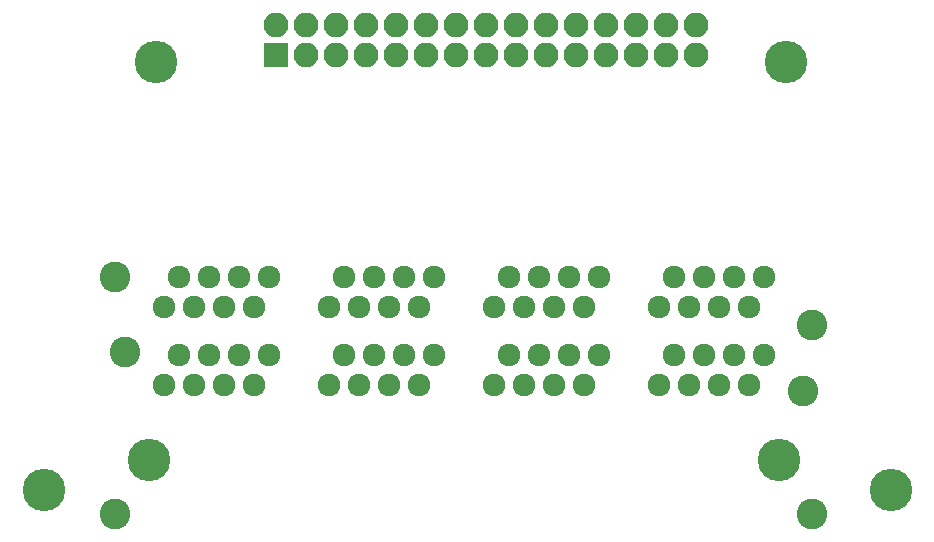
<source format=gts>
G04 #@! TF.FileFunction,Soldermask,Top*
%FSLAX46Y46*%
G04 Gerber Fmt 4.6, Leading zero omitted, Abs format (unit mm)*
G04 Created by KiCad (PCBNEW 4.0.6) date 06/24/17 11:43:18*
%MOMM*%
%LPD*%
G01*
G04 APERTURE LIST*
%ADD10C,0.100000*%
%ADD11C,3.600000*%
%ADD12C,1.924000*%
%ADD13C,2.600000*%
%ADD14R,2.100000X2.100000*%
%ADD15O,2.100000X2.100000*%
G04 APERTURE END LIST*
D10*
D11*
X200660000Y-83185000D03*
X147320000Y-83185000D03*
X209550000Y-119380000D03*
D12*
X147955000Y-110490000D03*
X149225000Y-107950000D03*
X150495000Y-110490000D03*
X151765000Y-107950000D03*
X153035000Y-110490000D03*
X154305000Y-107950000D03*
X155575000Y-110490000D03*
X156845000Y-107950000D03*
X161925000Y-110490000D03*
X163195000Y-107950000D03*
X164465000Y-110490000D03*
X165735000Y-107950000D03*
X167005000Y-110490000D03*
X168275000Y-107950000D03*
X169545000Y-110490000D03*
X170815000Y-107950000D03*
X175895000Y-110490000D03*
X177165000Y-107950000D03*
X178435000Y-110490000D03*
X179705000Y-107950000D03*
X180975000Y-110490000D03*
X182245000Y-107950000D03*
X183515000Y-110490000D03*
X184785000Y-107950000D03*
X189865000Y-110490000D03*
X191135000Y-107950000D03*
X192405000Y-110490000D03*
X193675000Y-107950000D03*
X194945000Y-110490000D03*
X196215000Y-107950000D03*
X197485000Y-110490000D03*
X198755000Y-107950000D03*
X156845000Y-101346000D03*
X155575000Y-103886000D03*
X154305000Y-101346000D03*
X153035000Y-103886000D03*
X151765000Y-101346000D03*
X150495000Y-103886000D03*
X149225000Y-101346000D03*
X147955000Y-103886000D03*
X170815000Y-101346000D03*
X169545000Y-103886000D03*
X168275000Y-101346000D03*
X167005000Y-103886000D03*
X165735000Y-101346000D03*
X164465000Y-103886000D03*
X163195000Y-101346000D03*
X161925000Y-103886000D03*
X184785000Y-101346000D03*
X183515000Y-103886000D03*
X182245000Y-101346000D03*
X180975000Y-103886000D03*
X179705000Y-101346000D03*
X178435000Y-103886000D03*
X177165000Y-101346000D03*
X175895000Y-103886000D03*
X198755000Y-101346000D03*
X197485000Y-103886000D03*
X196215000Y-101346000D03*
X194945000Y-103886000D03*
X193675000Y-101346000D03*
X192405000Y-103886000D03*
X191135000Y-101346000D03*
X189865000Y-103886000D03*
D13*
X144655000Y-107690000D03*
X143880000Y-101340000D03*
X143880000Y-121415000D03*
X202830000Y-121415000D03*
X202075000Y-110990000D03*
X202825000Y-105410000D03*
D11*
X146685000Y-116840000D03*
X200025000Y-116840000D03*
X137795000Y-119380000D03*
D14*
X157480000Y-82550000D03*
D15*
X157480000Y-80010000D03*
X160020000Y-82550000D03*
X160020000Y-80010000D03*
X162560000Y-82550000D03*
X162560000Y-80010000D03*
X165100000Y-82550000D03*
X165100000Y-80010000D03*
X167640000Y-82550000D03*
X167640000Y-80010000D03*
X170180000Y-82550000D03*
X170180000Y-80010000D03*
X172720000Y-82550000D03*
X172720000Y-80010000D03*
X175260000Y-82550000D03*
X175260000Y-80010000D03*
X177800000Y-82550000D03*
X177800000Y-80010000D03*
X180340000Y-82550000D03*
X180340000Y-80010000D03*
X182880000Y-82550000D03*
X182880000Y-80010000D03*
X185420000Y-82550000D03*
X185420000Y-80010000D03*
X187960000Y-82550000D03*
X187960000Y-80010000D03*
X190500000Y-82550000D03*
X190500000Y-80010000D03*
X193040000Y-82550000D03*
X193040000Y-80010000D03*
M02*

</source>
